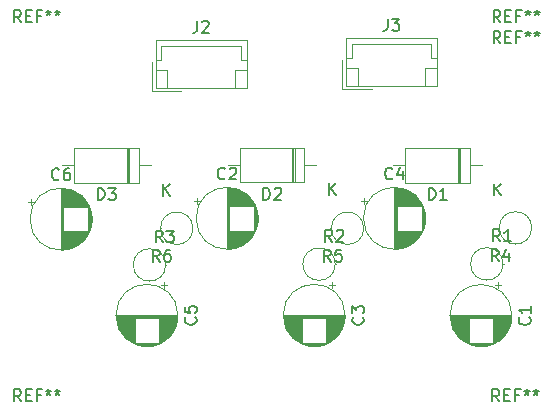
<source format=gbr>
%TF.GenerationSoftware,KiCad,Pcbnew,8.0.4*%
%TF.CreationDate,2024-09-04T12:44:35+09:00*%
%TF.ProjectId,servo_supply,73657276-6f5f-4737-9570-706c792e6b69,rev?*%
%TF.SameCoordinates,Original*%
%TF.FileFunction,Legend,Top*%
%TF.FilePolarity,Positive*%
%FSLAX46Y46*%
G04 Gerber Fmt 4.6, Leading zero omitted, Abs format (unit mm)*
G04 Created by KiCad (PCBNEW 8.0.4) date 2024-09-04 12:44:35*
%MOMM*%
%LPD*%
G01*
G04 APERTURE LIST*
%ADD10C,0.150000*%
%ADD11C,0.120000*%
G04 APERTURE END LIST*
D10*
X150728333Y-92232819D02*
X150395000Y-91756628D01*
X150156905Y-92232819D02*
X150156905Y-91232819D01*
X150156905Y-91232819D02*
X150537857Y-91232819D01*
X150537857Y-91232819D02*
X150633095Y-91280438D01*
X150633095Y-91280438D02*
X150680714Y-91328057D01*
X150680714Y-91328057D02*
X150728333Y-91423295D01*
X150728333Y-91423295D02*
X150728333Y-91566152D01*
X150728333Y-91566152D02*
X150680714Y-91661390D01*
X150680714Y-91661390D02*
X150633095Y-91709009D01*
X150633095Y-91709009D02*
X150537857Y-91756628D01*
X150537857Y-91756628D02*
X150156905Y-91756628D01*
X151585476Y-91232819D02*
X151395000Y-91232819D01*
X151395000Y-91232819D02*
X151299762Y-91280438D01*
X151299762Y-91280438D02*
X151252143Y-91328057D01*
X151252143Y-91328057D02*
X151156905Y-91470914D01*
X151156905Y-91470914D02*
X151109286Y-91661390D01*
X151109286Y-91661390D02*
X151109286Y-92042342D01*
X151109286Y-92042342D02*
X151156905Y-92137580D01*
X151156905Y-92137580D02*
X151204524Y-92185200D01*
X151204524Y-92185200D02*
X151299762Y-92232819D01*
X151299762Y-92232819D02*
X151490238Y-92232819D01*
X151490238Y-92232819D02*
X151585476Y-92185200D01*
X151585476Y-92185200D02*
X151633095Y-92137580D01*
X151633095Y-92137580D02*
X151680714Y-92042342D01*
X151680714Y-92042342D02*
X151680714Y-91804247D01*
X151680714Y-91804247D02*
X151633095Y-91709009D01*
X151633095Y-91709009D02*
X151585476Y-91661390D01*
X151585476Y-91661390D02*
X151490238Y-91613771D01*
X151490238Y-91613771D02*
X151299762Y-91613771D01*
X151299762Y-91613771D02*
X151204524Y-91661390D01*
X151204524Y-91661390D02*
X151156905Y-91709009D01*
X151156905Y-91709009D02*
X151109286Y-91804247D01*
X156258220Y-85169580D02*
X156210601Y-85217200D01*
X156210601Y-85217200D02*
X156067744Y-85264819D01*
X156067744Y-85264819D02*
X155972506Y-85264819D01*
X155972506Y-85264819D02*
X155829649Y-85217200D01*
X155829649Y-85217200D02*
X155734411Y-85121961D01*
X155734411Y-85121961D02*
X155686792Y-85026723D01*
X155686792Y-85026723D02*
X155639173Y-84836247D01*
X155639173Y-84836247D02*
X155639173Y-84693390D01*
X155639173Y-84693390D02*
X155686792Y-84502914D01*
X155686792Y-84502914D02*
X155734411Y-84407676D01*
X155734411Y-84407676D02*
X155829649Y-84312438D01*
X155829649Y-84312438D02*
X155972506Y-84264819D01*
X155972506Y-84264819D02*
X156067744Y-84264819D01*
X156067744Y-84264819D02*
X156210601Y-84312438D01*
X156210601Y-84312438D02*
X156258220Y-84360057D01*
X156639173Y-84360057D02*
X156686792Y-84312438D01*
X156686792Y-84312438D02*
X156782030Y-84264819D01*
X156782030Y-84264819D02*
X157020125Y-84264819D01*
X157020125Y-84264819D02*
X157115363Y-84312438D01*
X157115363Y-84312438D02*
X157162982Y-84360057D01*
X157162982Y-84360057D02*
X157210601Y-84455295D01*
X157210601Y-84455295D02*
X157210601Y-84550533D01*
X157210601Y-84550533D02*
X157162982Y-84693390D01*
X157162982Y-84693390D02*
X156591554Y-85264819D01*
X156591554Y-85264819D02*
X157210601Y-85264819D01*
X179566666Y-73740319D02*
X179233333Y-73264128D01*
X178995238Y-73740319D02*
X178995238Y-72740319D01*
X178995238Y-72740319D02*
X179376190Y-72740319D01*
X179376190Y-72740319D02*
X179471428Y-72787938D01*
X179471428Y-72787938D02*
X179519047Y-72835557D01*
X179519047Y-72835557D02*
X179566666Y-72930795D01*
X179566666Y-72930795D02*
X179566666Y-73073652D01*
X179566666Y-73073652D02*
X179519047Y-73168890D01*
X179519047Y-73168890D02*
X179471428Y-73216509D01*
X179471428Y-73216509D02*
X179376190Y-73264128D01*
X179376190Y-73264128D02*
X178995238Y-73264128D01*
X179995238Y-73216509D02*
X180328571Y-73216509D01*
X180471428Y-73740319D02*
X179995238Y-73740319D01*
X179995238Y-73740319D02*
X179995238Y-72740319D01*
X179995238Y-72740319D02*
X180471428Y-72740319D01*
X181233333Y-73216509D02*
X180900000Y-73216509D01*
X180900000Y-73740319D02*
X180900000Y-72740319D01*
X180900000Y-72740319D02*
X181376190Y-72740319D01*
X181900000Y-72740319D02*
X181900000Y-72978414D01*
X181661905Y-72883176D02*
X181900000Y-72978414D01*
X181900000Y-72978414D02*
X182138095Y-72883176D01*
X181757143Y-73168890D02*
X181900000Y-72978414D01*
X181900000Y-72978414D02*
X182042857Y-73168890D01*
X182661905Y-72740319D02*
X182661905Y-72978414D01*
X182423810Y-72883176D02*
X182661905Y-72978414D01*
X182661905Y-72978414D02*
X182900000Y-72883176D01*
X182519048Y-73168890D02*
X182661905Y-72978414D01*
X182661905Y-72978414D02*
X182804762Y-73168890D01*
X165187333Y-92232819D02*
X164854000Y-91756628D01*
X164615905Y-92232819D02*
X164615905Y-91232819D01*
X164615905Y-91232819D02*
X164996857Y-91232819D01*
X164996857Y-91232819D02*
X165092095Y-91280438D01*
X165092095Y-91280438D02*
X165139714Y-91328057D01*
X165139714Y-91328057D02*
X165187333Y-91423295D01*
X165187333Y-91423295D02*
X165187333Y-91566152D01*
X165187333Y-91566152D02*
X165139714Y-91661390D01*
X165139714Y-91661390D02*
X165092095Y-91709009D01*
X165092095Y-91709009D02*
X164996857Y-91756628D01*
X164996857Y-91756628D02*
X164615905Y-91756628D01*
X166092095Y-91232819D02*
X165615905Y-91232819D01*
X165615905Y-91232819D02*
X165568286Y-91709009D01*
X165568286Y-91709009D02*
X165615905Y-91661390D01*
X165615905Y-91661390D02*
X165711143Y-91613771D01*
X165711143Y-91613771D02*
X165949238Y-91613771D01*
X165949238Y-91613771D02*
X166044476Y-91661390D01*
X166044476Y-91661390D02*
X166092095Y-91709009D01*
X166092095Y-91709009D02*
X166139714Y-91804247D01*
X166139714Y-91804247D02*
X166139714Y-92042342D01*
X166139714Y-92042342D02*
X166092095Y-92137580D01*
X166092095Y-92137580D02*
X166044476Y-92185200D01*
X166044476Y-92185200D02*
X165949238Y-92232819D01*
X165949238Y-92232819D02*
X165711143Y-92232819D01*
X165711143Y-92232819D02*
X165615905Y-92185200D01*
X165615905Y-92185200D02*
X165568286Y-92137580D01*
X145481905Y-87004819D02*
X145481905Y-86004819D01*
X145481905Y-86004819D02*
X145720000Y-86004819D01*
X145720000Y-86004819D02*
X145862857Y-86052438D01*
X145862857Y-86052438D02*
X145958095Y-86147676D01*
X145958095Y-86147676D02*
X146005714Y-86242914D01*
X146005714Y-86242914D02*
X146053333Y-86433390D01*
X146053333Y-86433390D02*
X146053333Y-86576247D01*
X146053333Y-86576247D02*
X146005714Y-86766723D01*
X146005714Y-86766723D02*
X145958095Y-86861961D01*
X145958095Y-86861961D02*
X145862857Y-86957200D01*
X145862857Y-86957200D02*
X145720000Y-87004819D01*
X145720000Y-87004819D02*
X145481905Y-87004819D01*
X146386667Y-86004819D02*
X147005714Y-86004819D01*
X147005714Y-86004819D02*
X146672381Y-86385771D01*
X146672381Y-86385771D02*
X146815238Y-86385771D01*
X146815238Y-86385771D02*
X146910476Y-86433390D01*
X146910476Y-86433390D02*
X146958095Y-86481009D01*
X146958095Y-86481009D02*
X147005714Y-86576247D01*
X147005714Y-86576247D02*
X147005714Y-86814342D01*
X147005714Y-86814342D02*
X146958095Y-86909580D01*
X146958095Y-86909580D02*
X146910476Y-86957200D01*
X146910476Y-86957200D02*
X146815238Y-87004819D01*
X146815238Y-87004819D02*
X146529524Y-87004819D01*
X146529524Y-87004819D02*
X146434286Y-86957200D01*
X146434286Y-86957200D02*
X146386667Y-86909580D01*
X151038095Y-86634819D02*
X151038095Y-85634819D01*
X151609523Y-86634819D02*
X151180952Y-86063390D01*
X151609523Y-85634819D02*
X151038095Y-86206247D01*
X138966666Y-104054819D02*
X138633333Y-103578628D01*
X138395238Y-104054819D02*
X138395238Y-103054819D01*
X138395238Y-103054819D02*
X138776190Y-103054819D01*
X138776190Y-103054819D02*
X138871428Y-103102438D01*
X138871428Y-103102438D02*
X138919047Y-103150057D01*
X138919047Y-103150057D02*
X138966666Y-103245295D01*
X138966666Y-103245295D02*
X138966666Y-103388152D01*
X138966666Y-103388152D02*
X138919047Y-103483390D01*
X138919047Y-103483390D02*
X138871428Y-103531009D01*
X138871428Y-103531009D02*
X138776190Y-103578628D01*
X138776190Y-103578628D02*
X138395238Y-103578628D01*
X139395238Y-103531009D02*
X139728571Y-103531009D01*
X139871428Y-104054819D02*
X139395238Y-104054819D01*
X139395238Y-104054819D02*
X139395238Y-103054819D01*
X139395238Y-103054819D02*
X139871428Y-103054819D01*
X140633333Y-103531009D02*
X140300000Y-103531009D01*
X140300000Y-104054819D02*
X140300000Y-103054819D01*
X140300000Y-103054819D02*
X140776190Y-103054819D01*
X141300000Y-103054819D02*
X141300000Y-103292914D01*
X141061905Y-103197676D02*
X141300000Y-103292914D01*
X141300000Y-103292914D02*
X141538095Y-103197676D01*
X141157143Y-103483390D02*
X141300000Y-103292914D01*
X141300000Y-103292914D02*
X141442857Y-103483390D01*
X142061905Y-103054819D02*
X142061905Y-103292914D01*
X141823810Y-103197676D02*
X142061905Y-103292914D01*
X142061905Y-103292914D02*
X142300000Y-103197676D01*
X141919048Y-103483390D02*
X142061905Y-103292914D01*
X142061905Y-103292914D02*
X142204762Y-103483390D01*
X179566666Y-71954819D02*
X179233333Y-71478628D01*
X178995238Y-71954819D02*
X178995238Y-70954819D01*
X178995238Y-70954819D02*
X179376190Y-70954819D01*
X179376190Y-70954819D02*
X179471428Y-71002438D01*
X179471428Y-71002438D02*
X179519047Y-71050057D01*
X179519047Y-71050057D02*
X179566666Y-71145295D01*
X179566666Y-71145295D02*
X179566666Y-71288152D01*
X179566666Y-71288152D02*
X179519047Y-71383390D01*
X179519047Y-71383390D02*
X179471428Y-71431009D01*
X179471428Y-71431009D02*
X179376190Y-71478628D01*
X179376190Y-71478628D02*
X178995238Y-71478628D01*
X179995238Y-71431009D02*
X180328571Y-71431009D01*
X180471428Y-71954819D02*
X179995238Y-71954819D01*
X179995238Y-71954819D02*
X179995238Y-70954819D01*
X179995238Y-70954819D02*
X180471428Y-70954819D01*
X181233333Y-71431009D02*
X180900000Y-71431009D01*
X180900000Y-71954819D02*
X180900000Y-70954819D01*
X180900000Y-70954819D02*
X181376190Y-70954819D01*
X181900000Y-70954819D02*
X181900000Y-71192914D01*
X181661905Y-71097676D02*
X181900000Y-71192914D01*
X181900000Y-71192914D02*
X182138095Y-71097676D01*
X181757143Y-71383390D02*
X181900000Y-71192914D01*
X181900000Y-71192914D02*
X182042857Y-71383390D01*
X182661905Y-70954819D02*
X182661905Y-71192914D01*
X182423810Y-71097676D02*
X182661905Y-71192914D01*
X182661905Y-71192914D02*
X182900000Y-71097676D01*
X182519048Y-71383390D02*
X182661905Y-71192914D01*
X182661905Y-71192914D02*
X182804762Y-71383390D01*
X179411333Y-92194819D02*
X179078000Y-91718628D01*
X178839905Y-92194819D02*
X178839905Y-91194819D01*
X178839905Y-91194819D02*
X179220857Y-91194819D01*
X179220857Y-91194819D02*
X179316095Y-91242438D01*
X179316095Y-91242438D02*
X179363714Y-91290057D01*
X179363714Y-91290057D02*
X179411333Y-91385295D01*
X179411333Y-91385295D02*
X179411333Y-91528152D01*
X179411333Y-91528152D02*
X179363714Y-91623390D01*
X179363714Y-91623390D02*
X179316095Y-91671009D01*
X179316095Y-91671009D02*
X179220857Y-91718628D01*
X179220857Y-91718628D02*
X178839905Y-91718628D01*
X180268476Y-91528152D02*
X180268476Y-92194819D01*
X180030381Y-91147200D02*
X179792286Y-91861485D01*
X179792286Y-91861485D02*
X180411333Y-91861485D01*
X170428221Y-85169580D02*
X170380602Y-85217200D01*
X170380602Y-85217200D02*
X170237745Y-85264819D01*
X170237745Y-85264819D02*
X170142507Y-85264819D01*
X170142507Y-85264819D02*
X169999650Y-85217200D01*
X169999650Y-85217200D02*
X169904412Y-85121961D01*
X169904412Y-85121961D02*
X169856793Y-85026723D01*
X169856793Y-85026723D02*
X169809174Y-84836247D01*
X169809174Y-84836247D02*
X169809174Y-84693390D01*
X169809174Y-84693390D02*
X169856793Y-84502914D01*
X169856793Y-84502914D02*
X169904412Y-84407676D01*
X169904412Y-84407676D02*
X169999650Y-84312438D01*
X169999650Y-84312438D02*
X170142507Y-84264819D01*
X170142507Y-84264819D02*
X170237745Y-84264819D01*
X170237745Y-84264819D02*
X170380602Y-84312438D01*
X170380602Y-84312438D02*
X170428221Y-84360057D01*
X171285364Y-84598152D02*
X171285364Y-85264819D01*
X171047269Y-84217200D02*
X170809174Y-84931485D01*
X170809174Y-84931485D02*
X171428221Y-84931485D01*
X138966666Y-71954819D02*
X138633333Y-71478628D01*
X138395238Y-71954819D02*
X138395238Y-70954819D01*
X138395238Y-70954819D02*
X138776190Y-70954819D01*
X138776190Y-70954819D02*
X138871428Y-71002438D01*
X138871428Y-71002438D02*
X138919047Y-71050057D01*
X138919047Y-71050057D02*
X138966666Y-71145295D01*
X138966666Y-71145295D02*
X138966666Y-71288152D01*
X138966666Y-71288152D02*
X138919047Y-71383390D01*
X138919047Y-71383390D02*
X138871428Y-71431009D01*
X138871428Y-71431009D02*
X138776190Y-71478628D01*
X138776190Y-71478628D02*
X138395238Y-71478628D01*
X139395238Y-71431009D02*
X139728571Y-71431009D01*
X139871428Y-71954819D02*
X139395238Y-71954819D01*
X139395238Y-71954819D02*
X139395238Y-70954819D01*
X139395238Y-70954819D02*
X139871428Y-70954819D01*
X140633333Y-71431009D02*
X140300000Y-71431009D01*
X140300000Y-71954819D02*
X140300000Y-70954819D01*
X140300000Y-70954819D02*
X140776190Y-70954819D01*
X141300000Y-70954819D02*
X141300000Y-71192914D01*
X141061905Y-71097676D02*
X141300000Y-71192914D01*
X141300000Y-71192914D02*
X141538095Y-71097676D01*
X141157143Y-71383390D02*
X141300000Y-71192914D01*
X141300000Y-71192914D02*
X141442857Y-71383390D01*
X142061905Y-70954819D02*
X142061905Y-71192914D01*
X141823810Y-71097676D02*
X142061905Y-71192914D01*
X142061905Y-71192914D02*
X142300000Y-71097676D01*
X141919048Y-71383390D02*
X142061905Y-71192914D01*
X142061905Y-71192914D02*
X142204762Y-71383390D01*
X153896666Y-71834819D02*
X153896666Y-72549104D01*
X153896666Y-72549104D02*
X153849047Y-72691961D01*
X153849047Y-72691961D02*
X153753809Y-72787200D01*
X153753809Y-72787200D02*
X153610952Y-72834819D01*
X153610952Y-72834819D02*
X153515714Y-72834819D01*
X154325238Y-71930057D02*
X154372857Y-71882438D01*
X154372857Y-71882438D02*
X154468095Y-71834819D01*
X154468095Y-71834819D02*
X154706190Y-71834819D01*
X154706190Y-71834819D02*
X154801428Y-71882438D01*
X154801428Y-71882438D02*
X154849047Y-71930057D01*
X154849047Y-71930057D02*
X154896666Y-72025295D01*
X154896666Y-72025295D02*
X154896666Y-72120533D01*
X154896666Y-72120533D02*
X154849047Y-72263390D01*
X154849047Y-72263390D02*
X154277619Y-72834819D01*
X154277619Y-72834819D02*
X154896666Y-72834819D01*
X179466666Y-104054819D02*
X179133333Y-103578628D01*
X178895238Y-104054819D02*
X178895238Y-103054819D01*
X178895238Y-103054819D02*
X179276190Y-103054819D01*
X179276190Y-103054819D02*
X179371428Y-103102438D01*
X179371428Y-103102438D02*
X179419047Y-103150057D01*
X179419047Y-103150057D02*
X179466666Y-103245295D01*
X179466666Y-103245295D02*
X179466666Y-103388152D01*
X179466666Y-103388152D02*
X179419047Y-103483390D01*
X179419047Y-103483390D02*
X179371428Y-103531009D01*
X179371428Y-103531009D02*
X179276190Y-103578628D01*
X179276190Y-103578628D02*
X178895238Y-103578628D01*
X179895238Y-103531009D02*
X180228571Y-103531009D01*
X180371428Y-104054819D02*
X179895238Y-104054819D01*
X179895238Y-104054819D02*
X179895238Y-103054819D01*
X179895238Y-103054819D02*
X180371428Y-103054819D01*
X181133333Y-103531009D02*
X180800000Y-103531009D01*
X180800000Y-104054819D02*
X180800000Y-103054819D01*
X180800000Y-103054819D02*
X181276190Y-103054819D01*
X181800000Y-103054819D02*
X181800000Y-103292914D01*
X181561905Y-103197676D02*
X181800000Y-103292914D01*
X181800000Y-103292914D02*
X182038095Y-103197676D01*
X181657143Y-103483390D02*
X181800000Y-103292914D01*
X181800000Y-103292914D02*
X181942857Y-103483390D01*
X182561905Y-103054819D02*
X182561905Y-103292914D01*
X182323810Y-103197676D02*
X182561905Y-103292914D01*
X182561905Y-103292914D02*
X182800000Y-103197676D01*
X182419048Y-103483390D02*
X182561905Y-103292914D01*
X182561905Y-103292914D02*
X182704762Y-103483390D01*
X182029580Y-96956666D02*
X182077200Y-97004285D01*
X182077200Y-97004285D02*
X182124819Y-97147142D01*
X182124819Y-97147142D02*
X182124819Y-97242380D01*
X182124819Y-97242380D02*
X182077200Y-97385237D01*
X182077200Y-97385237D02*
X181981961Y-97480475D01*
X181981961Y-97480475D02*
X181886723Y-97528094D01*
X181886723Y-97528094D02*
X181696247Y-97575713D01*
X181696247Y-97575713D02*
X181553390Y-97575713D01*
X181553390Y-97575713D02*
X181362914Y-97528094D01*
X181362914Y-97528094D02*
X181267676Y-97480475D01*
X181267676Y-97480475D02*
X181172438Y-97385237D01*
X181172438Y-97385237D02*
X181124819Y-97242380D01*
X181124819Y-97242380D02*
X181124819Y-97147142D01*
X181124819Y-97147142D02*
X181172438Y-97004285D01*
X181172438Y-97004285D02*
X181220057Y-96956666D01*
X182124819Y-96004285D02*
X182124819Y-96575713D01*
X182124819Y-96289999D02*
X181124819Y-96289999D01*
X181124819Y-96289999D02*
X181267676Y-96385237D01*
X181267676Y-96385237D02*
X181362914Y-96480475D01*
X181362914Y-96480475D02*
X181410533Y-96575713D01*
X167909580Y-96941554D02*
X167957200Y-96989173D01*
X167957200Y-96989173D02*
X168004819Y-97132030D01*
X168004819Y-97132030D02*
X168004819Y-97227268D01*
X168004819Y-97227268D02*
X167957200Y-97370125D01*
X167957200Y-97370125D02*
X167861961Y-97465363D01*
X167861961Y-97465363D02*
X167766723Y-97512982D01*
X167766723Y-97512982D02*
X167576247Y-97560601D01*
X167576247Y-97560601D02*
X167433390Y-97560601D01*
X167433390Y-97560601D02*
X167242914Y-97512982D01*
X167242914Y-97512982D02*
X167147676Y-97465363D01*
X167147676Y-97465363D02*
X167052438Y-97370125D01*
X167052438Y-97370125D02*
X167004819Y-97227268D01*
X167004819Y-97227268D02*
X167004819Y-97132030D01*
X167004819Y-97132030D02*
X167052438Y-96989173D01*
X167052438Y-96989173D02*
X167100057Y-96941554D01*
X167004819Y-96608220D02*
X167004819Y-95989173D01*
X167004819Y-95989173D02*
X167385771Y-96322506D01*
X167385771Y-96322506D02*
X167385771Y-96179649D01*
X167385771Y-96179649D02*
X167433390Y-96084411D01*
X167433390Y-96084411D02*
X167481009Y-96036792D01*
X167481009Y-96036792D02*
X167576247Y-95989173D01*
X167576247Y-95989173D02*
X167814342Y-95989173D01*
X167814342Y-95989173D02*
X167909580Y-96036792D01*
X167909580Y-96036792D02*
X167957200Y-96084411D01*
X167957200Y-96084411D02*
X168004819Y-96179649D01*
X168004819Y-96179649D02*
X168004819Y-96465363D01*
X168004819Y-96465363D02*
X167957200Y-96560601D01*
X167957200Y-96560601D02*
X167909580Y-96608220D01*
X153749580Y-96941554D02*
X153797200Y-96989173D01*
X153797200Y-96989173D02*
X153844819Y-97132030D01*
X153844819Y-97132030D02*
X153844819Y-97227268D01*
X153844819Y-97227268D02*
X153797200Y-97370125D01*
X153797200Y-97370125D02*
X153701961Y-97465363D01*
X153701961Y-97465363D02*
X153606723Y-97512982D01*
X153606723Y-97512982D02*
X153416247Y-97560601D01*
X153416247Y-97560601D02*
X153273390Y-97560601D01*
X153273390Y-97560601D02*
X153082914Y-97512982D01*
X153082914Y-97512982D02*
X152987676Y-97465363D01*
X152987676Y-97465363D02*
X152892438Y-97370125D01*
X152892438Y-97370125D02*
X152844819Y-97227268D01*
X152844819Y-97227268D02*
X152844819Y-97132030D01*
X152844819Y-97132030D02*
X152892438Y-96989173D01*
X152892438Y-96989173D02*
X152940057Y-96941554D01*
X152844819Y-96036792D02*
X152844819Y-96512982D01*
X152844819Y-96512982D02*
X153321009Y-96560601D01*
X153321009Y-96560601D02*
X153273390Y-96512982D01*
X153273390Y-96512982D02*
X153225771Y-96417744D01*
X153225771Y-96417744D02*
X153225771Y-96179649D01*
X153225771Y-96179649D02*
X153273390Y-96084411D01*
X153273390Y-96084411D02*
X153321009Y-96036792D01*
X153321009Y-96036792D02*
X153416247Y-95989173D01*
X153416247Y-95989173D02*
X153654342Y-95989173D01*
X153654342Y-95989173D02*
X153749580Y-96036792D01*
X153749580Y-96036792D02*
X153797200Y-96084411D01*
X153797200Y-96084411D02*
X153844819Y-96179649D01*
X153844819Y-96179649D02*
X153844819Y-96417744D01*
X153844819Y-96417744D02*
X153797200Y-96512982D01*
X153797200Y-96512982D02*
X153749580Y-96560601D01*
X173505905Y-86998819D02*
X173505905Y-85998819D01*
X173505905Y-85998819D02*
X173744000Y-85998819D01*
X173744000Y-85998819D02*
X173886857Y-86046438D01*
X173886857Y-86046438D02*
X173982095Y-86141676D01*
X173982095Y-86141676D02*
X174029714Y-86236914D01*
X174029714Y-86236914D02*
X174077333Y-86427390D01*
X174077333Y-86427390D02*
X174077333Y-86570247D01*
X174077333Y-86570247D02*
X174029714Y-86760723D01*
X174029714Y-86760723D02*
X173982095Y-86855961D01*
X173982095Y-86855961D02*
X173886857Y-86951200D01*
X173886857Y-86951200D02*
X173744000Y-86998819D01*
X173744000Y-86998819D02*
X173505905Y-86998819D01*
X175029714Y-86998819D02*
X174458286Y-86998819D01*
X174744000Y-86998819D02*
X174744000Y-85998819D01*
X174744000Y-85998819D02*
X174648762Y-86141676D01*
X174648762Y-86141676D02*
X174553524Y-86236914D01*
X174553524Y-86236914D02*
X174458286Y-86284533D01*
X179062095Y-86628819D02*
X179062095Y-85628819D01*
X179633523Y-86628819D02*
X179204952Y-86057390D01*
X179633523Y-85628819D02*
X179062095Y-86200247D01*
X150963333Y-90594819D02*
X150630000Y-90118628D01*
X150391905Y-90594819D02*
X150391905Y-89594819D01*
X150391905Y-89594819D02*
X150772857Y-89594819D01*
X150772857Y-89594819D02*
X150868095Y-89642438D01*
X150868095Y-89642438D02*
X150915714Y-89690057D01*
X150915714Y-89690057D02*
X150963333Y-89785295D01*
X150963333Y-89785295D02*
X150963333Y-89928152D01*
X150963333Y-89928152D02*
X150915714Y-90023390D01*
X150915714Y-90023390D02*
X150868095Y-90071009D01*
X150868095Y-90071009D02*
X150772857Y-90118628D01*
X150772857Y-90118628D02*
X150391905Y-90118628D01*
X151296667Y-89594819D02*
X151915714Y-89594819D01*
X151915714Y-89594819D02*
X151582381Y-89975771D01*
X151582381Y-89975771D02*
X151725238Y-89975771D01*
X151725238Y-89975771D02*
X151820476Y-90023390D01*
X151820476Y-90023390D02*
X151868095Y-90071009D01*
X151868095Y-90071009D02*
X151915714Y-90166247D01*
X151915714Y-90166247D02*
X151915714Y-90404342D01*
X151915714Y-90404342D02*
X151868095Y-90499580D01*
X151868095Y-90499580D02*
X151820476Y-90547200D01*
X151820476Y-90547200D02*
X151725238Y-90594819D01*
X151725238Y-90594819D02*
X151439524Y-90594819D01*
X151439524Y-90594819D02*
X151344286Y-90547200D01*
X151344286Y-90547200D02*
X151296667Y-90499580D01*
X165318333Y-90534819D02*
X164985000Y-90058628D01*
X164746905Y-90534819D02*
X164746905Y-89534819D01*
X164746905Y-89534819D02*
X165127857Y-89534819D01*
X165127857Y-89534819D02*
X165223095Y-89582438D01*
X165223095Y-89582438D02*
X165270714Y-89630057D01*
X165270714Y-89630057D02*
X165318333Y-89725295D01*
X165318333Y-89725295D02*
X165318333Y-89868152D01*
X165318333Y-89868152D02*
X165270714Y-89963390D01*
X165270714Y-89963390D02*
X165223095Y-90011009D01*
X165223095Y-90011009D02*
X165127857Y-90058628D01*
X165127857Y-90058628D02*
X164746905Y-90058628D01*
X165699286Y-89630057D02*
X165746905Y-89582438D01*
X165746905Y-89582438D02*
X165842143Y-89534819D01*
X165842143Y-89534819D02*
X166080238Y-89534819D01*
X166080238Y-89534819D02*
X166175476Y-89582438D01*
X166175476Y-89582438D02*
X166223095Y-89630057D01*
X166223095Y-89630057D02*
X166270714Y-89725295D01*
X166270714Y-89725295D02*
X166270714Y-89820533D01*
X166270714Y-89820533D02*
X166223095Y-89963390D01*
X166223095Y-89963390D02*
X165651667Y-90534819D01*
X165651667Y-90534819D02*
X166270714Y-90534819D01*
X159491905Y-86984819D02*
X159491905Y-85984819D01*
X159491905Y-85984819D02*
X159730000Y-85984819D01*
X159730000Y-85984819D02*
X159872857Y-86032438D01*
X159872857Y-86032438D02*
X159968095Y-86127676D01*
X159968095Y-86127676D02*
X160015714Y-86222914D01*
X160015714Y-86222914D02*
X160063333Y-86413390D01*
X160063333Y-86413390D02*
X160063333Y-86556247D01*
X160063333Y-86556247D02*
X160015714Y-86746723D01*
X160015714Y-86746723D02*
X159968095Y-86841961D01*
X159968095Y-86841961D02*
X159872857Y-86937200D01*
X159872857Y-86937200D02*
X159730000Y-86984819D01*
X159730000Y-86984819D02*
X159491905Y-86984819D01*
X160444286Y-86080057D02*
X160491905Y-86032438D01*
X160491905Y-86032438D02*
X160587143Y-85984819D01*
X160587143Y-85984819D02*
X160825238Y-85984819D01*
X160825238Y-85984819D02*
X160920476Y-86032438D01*
X160920476Y-86032438D02*
X160968095Y-86080057D01*
X160968095Y-86080057D02*
X161015714Y-86175295D01*
X161015714Y-86175295D02*
X161015714Y-86270533D01*
X161015714Y-86270533D02*
X160968095Y-86413390D01*
X160968095Y-86413390D02*
X160396667Y-86984819D01*
X160396667Y-86984819D02*
X161015714Y-86984819D01*
X165048095Y-86614819D02*
X165048095Y-85614819D01*
X165619523Y-86614819D02*
X165190952Y-86043390D01*
X165619523Y-85614819D02*
X165048095Y-86186247D01*
X179518333Y-90504819D02*
X179185000Y-90028628D01*
X178946905Y-90504819D02*
X178946905Y-89504819D01*
X178946905Y-89504819D02*
X179327857Y-89504819D01*
X179327857Y-89504819D02*
X179423095Y-89552438D01*
X179423095Y-89552438D02*
X179470714Y-89600057D01*
X179470714Y-89600057D02*
X179518333Y-89695295D01*
X179518333Y-89695295D02*
X179518333Y-89838152D01*
X179518333Y-89838152D02*
X179470714Y-89933390D01*
X179470714Y-89933390D02*
X179423095Y-89981009D01*
X179423095Y-89981009D02*
X179327857Y-90028628D01*
X179327857Y-90028628D02*
X178946905Y-90028628D01*
X180470714Y-90504819D02*
X179899286Y-90504819D01*
X180185000Y-90504819D02*
X180185000Y-89504819D01*
X180185000Y-89504819D02*
X180089762Y-89647676D01*
X180089762Y-89647676D02*
X179994524Y-89742914D01*
X179994524Y-89742914D02*
X179899286Y-89790533D01*
X142203333Y-85239580D02*
X142155714Y-85287200D01*
X142155714Y-85287200D02*
X142012857Y-85334819D01*
X142012857Y-85334819D02*
X141917619Y-85334819D01*
X141917619Y-85334819D02*
X141774762Y-85287200D01*
X141774762Y-85287200D02*
X141679524Y-85191961D01*
X141679524Y-85191961D02*
X141631905Y-85096723D01*
X141631905Y-85096723D02*
X141584286Y-84906247D01*
X141584286Y-84906247D02*
X141584286Y-84763390D01*
X141584286Y-84763390D02*
X141631905Y-84572914D01*
X141631905Y-84572914D02*
X141679524Y-84477676D01*
X141679524Y-84477676D02*
X141774762Y-84382438D01*
X141774762Y-84382438D02*
X141917619Y-84334819D01*
X141917619Y-84334819D02*
X142012857Y-84334819D01*
X142012857Y-84334819D02*
X142155714Y-84382438D01*
X142155714Y-84382438D02*
X142203333Y-84430057D01*
X143060476Y-84334819D02*
X142870000Y-84334819D01*
X142870000Y-84334819D02*
X142774762Y-84382438D01*
X142774762Y-84382438D02*
X142727143Y-84430057D01*
X142727143Y-84430057D02*
X142631905Y-84572914D01*
X142631905Y-84572914D02*
X142584286Y-84763390D01*
X142584286Y-84763390D02*
X142584286Y-85144342D01*
X142584286Y-85144342D02*
X142631905Y-85239580D01*
X142631905Y-85239580D02*
X142679524Y-85287200D01*
X142679524Y-85287200D02*
X142774762Y-85334819D01*
X142774762Y-85334819D02*
X142965238Y-85334819D01*
X142965238Y-85334819D02*
X143060476Y-85287200D01*
X143060476Y-85287200D02*
X143108095Y-85239580D01*
X143108095Y-85239580D02*
X143155714Y-85144342D01*
X143155714Y-85144342D02*
X143155714Y-84906247D01*
X143155714Y-84906247D02*
X143108095Y-84811009D01*
X143108095Y-84811009D02*
X143060476Y-84763390D01*
X143060476Y-84763390D02*
X142965238Y-84715771D01*
X142965238Y-84715771D02*
X142774762Y-84715771D01*
X142774762Y-84715771D02*
X142679524Y-84763390D01*
X142679524Y-84763390D02*
X142631905Y-84811009D01*
X142631905Y-84811009D02*
X142584286Y-84906247D01*
X170016666Y-71684819D02*
X170016666Y-72399104D01*
X170016666Y-72399104D02*
X169969047Y-72541961D01*
X169969047Y-72541961D02*
X169873809Y-72637200D01*
X169873809Y-72637200D02*
X169730952Y-72684819D01*
X169730952Y-72684819D02*
X169635714Y-72684819D01*
X170397619Y-71684819D02*
X171016666Y-71684819D01*
X171016666Y-71684819D02*
X170683333Y-72065771D01*
X170683333Y-72065771D02*
X170826190Y-72065771D01*
X170826190Y-72065771D02*
X170921428Y-72113390D01*
X170921428Y-72113390D02*
X170969047Y-72161009D01*
X170969047Y-72161009D02*
X171016666Y-72256247D01*
X171016666Y-72256247D02*
X171016666Y-72494342D01*
X171016666Y-72494342D02*
X170969047Y-72589580D01*
X170969047Y-72589580D02*
X170921428Y-72637200D01*
X170921428Y-72637200D02*
X170826190Y-72684819D01*
X170826190Y-72684819D02*
X170540476Y-72684819D01*
X170540476Y-72684819D02*
X170445238Y-72637200D01*
X170445238Y-72637200D02*
X170397619Y-72589580D01*
D11*
%TO.C,R6*%
X150795000Y-89408000D02*
X150725000Y-89408000D01*
X153535000Y-89408000D02*
G75*
G02*
X150795000Y-89408000I-1370000J0D01*
G01*
X150795000Y-89408000D02*
G75*
G02*
X153535000Y-89408000I1370000J0D01*
G01*
%TO.C,C2*%
X153620112Y-87085000D02*
X154120112Y-87085000D01*
X153870112Y-86835000D02*
X153870112Y-87335000D01*
X156424887Y-85980000D02*
X156424887Y-91140000D01*
X156464887Y-85980000D02*
X156464887Y-91140000D01*
X156504887Y-85981000D02*
X156504887Y-91139000D01*
X156544887Y-85982000D02*
X156544887Y-91138000D01*
X156584887Y-85984000D02*
X156584887Y-91136000D01*
X156624887Y-85987000D02*
X156624887Y-91133000D01*
X156664887Y-85991000D02*
X156664887Y-87520000D01*
X156664887Y-89600000D02*
X156664887Y-91129000D01*
X156704887Y-85995000D02*
X156704887Y-87520000D01*
X156704887Y-89600000D02*
X156704887Y-91125000D01*
X156744887Y-85999000D02*
X156744887Y-87520000D01*
X156744887Y-89600000D02*
X156744887Y-91121000D01*
X156784887Y-86004000D02*
X156784887Y-87520000D01*
X156784887Y-89600000D02*
X156784887Y-91116000D01*
X156824887Y-86010000D02*
X156824887Y-87520000D01*
X156824887Y-89600000D02*
X156824887Y-91110000D01*
X156864887Y-86017000D02*
X156864887Y-87520000D01*
X156864887Y-89600000D02*
X156864887Y-91103000D01*
X156904887Y-86024000D02*
X156904887Y-87520000D01*
X156904887Y-89600000D02*
X156904887Y-91096000D01*
X156944887Y-86032000D02*
X156944887Y-87520000D01*
X156944887Y-89600000D02*
X156944887Y-91088000D01*
X156984887Y-86040000D02*
X156984887Y-87520000D01*
X156984887Y-89600000D02*
X156984887Y-91080000D01*
X157024887Y-86049000D02*
X157024887Y-87520000D01*
X157024887Y-89600000D02*
X157024887Y-91071000D01*
X157064887Y-86059000D02*
X157064887Y-87520000D01*
X157064887Y-89600000D02*
X157064887Y-91061000D01*
X157104887Y-86069000D02*
X157104887Y-87520000D01*
X157104887Y-89600000D02*
X157104887Y-91051000D01*
X157145887Y-86080000D02*
X157145887Y-87520000D01*
X157145887Y-89600000D02*
X157145887Y-91040000D01*
X157185887Y-86092000D02*
X157185887Y-87520000D01*
X157185887Y-89600000D02*
X157185887Y-91028000D01*
X157225887Y-86105000D02*
X157225887Y-87520000D01*
X157225887Y-89600000D02*
X157225887Y-91015000D01*
X157265887Y-86118000D02*
X157265887Y-87520000D01*
X157265887Y-89600000D02*
X157265887Y-91002000D01*
X157305887Y-86132000D02*
X157305887Y-87520000D01*
X157305887Y-89600000D02*
X157305887Y-90988000D01*
X157345887Y-86146000D02*
X157345887Y-87520000D01*
X157345887Y-89600000D02*
X157345887Y-90974000D01*
X157385887Y-86162000D02*
X157385887Y-87520000D01*
X157385887Y-89600000D02*
X157385887Y-90958000D01*
X157425887Y-86178000D02*
X157425887Y-87520000D01*
X157425887Y-89600000D02*
X157425887Y-90942000D01*
X157465887Y-86195000D02*
X157465887Y-87520000D01*
X157465887Y-89600000D02*
X157465887Y-90925000D01*
X157505887Y-86212000D02*
X157505887Y-87520000D01*
X157505887Y-89600000D02*
X157505887Y-90908000D01*
X157545887Y-86231000D02*
X157545887Y-87520000D01*
X157545887Y-89600000D02*
X157545887Y-90889000D01*
X157585887Y-86250000D02*
X157585887Y-87520000D01*
X157585887Y-89600000D02*
X157585887Y-90870000D01*
X157625887Y-86270000D02*
X157625887Y-87520000D01*
X157625887Y-89600000D02*
X157625887Y-90850000D01*
X157665887Y-86292000D02*
X157665887Y-87520000D01*
X157665887Y-89600000D02*
X157665887Y-90828000D01*
X157705887Y-86313000D02*
X157705887Y-87520000D01*
X157705887Y-89600000D02*
X157705887Y-90807000D01*
X157745887Y-86336000D02*
X157745887Y-87520000D01*
X157745887Y-89600000D02*
X157745887Y-90784000D01*
X157785887Y-86360000D02*
X157785887Y-87520000D01*
X157785887Y-89600000D02*
X157785887Y-90760000D01*
X157825887Y-86385000D02*
X157825887Y-87520000D01*
X157825887Y-89600000D02*
X157825887Y-90735000D01*
X157865887Y-86411000D02*
X157865887Y-87520000D01*
X157865887Y-89600000D02*
X157865887Y-90709000D01*
X157905887Y-86438000D02*
X157905887Y-87520000D01*
X157905887Y-89600000D02*
X157905887Y-90682000D01*
X157945887Y-86465000D02*
X157945887Y-87520000D01*
X157945887Y-89600000D02*
X157945887Y-90655000D01*
X157985887Y-86495000D02*
X157985887Y-87520000D01*
X157985887Y-89600000D02*
X157985887Y-90625000D01*
X158025887Y-86525000D02*
X158025887Y-87520000D01*
X158025887Y-89600000D02*
X158025887Y-90595000D01*
X158065887Y-86556000D02*
X158065887Y-87520000D01*
X158065887Y-89600000D02*
X158065887Y-90564000D01*
X158105887Y-86589000D02*
X158105887Y-87520000D01*
X158105887Y-89600000D02*
X158105887Y-90531000D01*
X158145887Y-86623000D02*
X158145887Y-87520000D01*
X158145887Y-89600000D02*
X158145887Y-90497000D01*
X158185887Y-86659000D02*
X158185887Y-87520000D01*
X158185887Y-89600000D02*
X158185887Y-90461000D01*
X158225887Y-86696000D02*
X158225887Y-87520000D01*
X158225887Y-89600000D02*
X158225887Y-90424000D01*
X158265887Y-86734000D02*
X158265887Y-87520000D01*
X158265887Y-89600000D02*
X158265887Y-90386000D01*
X158305887Y-86775000D02*
X158305887Y-87520000D01*
X158305887Y-89600000D02*
X158305887Y-90345000D01*
X158345887Y-86817000D02*
X158345887Y-87520000D01*
X158345887Y-89600000D02*
X158345887Y-90303000D01*
X158385887Y-86861000D02*
X158385887Y-87520000D01*
X158385887Y-89600000D02*
X158385887Y-90259000D01*
X158425887Y-86907000D02*
X158425887Y-87520000D01*
X158425887Y-89600000D02*
X158425887Y-90213000D01*
X158465887Y-86955000D02*
X158465887Y-87520000D01*
X158465887Y-89600000D02*
X158465887Y-90165000D01*
X158505887Y-87006000D02*
X158505887Y-87520000D01*
X158505887Y-89600000D02*
X158505887Y-90114000D01*
X158545887Y-87060000D02*
X158545887Y-87520000D01*
X158545887Y-89600000D02*
X158545887Y-90060000D01*
X158585887Y-87117000D02*
X158585887Y-87520000D01*
X158585887Y-89600000D02*
X158585887Y-90003000D01*
X158625887Y-87177000D02*
X158625887Y-87520000D01*
X158625887Y-89600000D02*
X158625887Y-89943000D01*
X158665887Y-87241000D02*
X158665887Y-87520000D01*
X158665887Y-89600000D02*
X158665887Y-89879000D01*
X158705887Y-87309000D02*
X158705887Y-87520000D01*
X158705887Y-89600000D02*
X158705887Y-89811000D01*
X158745887Y-87382000D02*
X158745887Y-89738000D01*
X158785887Y-87462000D02*
X158785887Y-89658000D01*
X158825887Y-87549000D02*
X158825887Y-89571000D01*
X158865887Y-87645000D02*
X158865887Y-89475000D01*
X158905887Y-87755000D02*
X158905887Y-89365000D01*
X158945887Y-87883000D02*
X158945887Y-89237000D01*
X158985887Y-88042000D02*
X158985887Y-89078000D01*
X159025887Y-88276000D02*
X159025887Y-88844000D01*
X159044887Y-88560000D02*
G75*
G02*
X153804887Y-88560000I-2620000J0D01*
G01*
X153804887Y-88560000D02*
G75*
G02*
X159044887Y-88560000I2620000J0D01*
G01*
%TO.C,R5*%
X165254000Y-89408000D02*
X165184000Y-89408000D01*
X167994000Y-89408000D02*
G75*
G02*
X165254000Y-89408000I-1370000J0D01*
G01*
X165254000Y-89408000D02*
G75*
G02*
X167994000Y-89408000I1370000J0D01*
G01*
%TO.C,D3*%
X142480000Y-84080000D02*
X143500000Y-84080000D01*
X143500000Y-82610000D02*
X143500000Y-85550000D01*
X143500000Y-85550000D02*
X148940000Y-85550000D01*
X147920000Y-85550000D02*
X147920000Y-82610000D01*
X148040000Y-85550000D02*
X148040000Y-82610000D01*
X148160000Y-85550000D02*
X148160000Y-82610000D01*
X148940000Y-82610000D02*
X143500000Y-82610000D01*
X148940000Y-85550000D02*
X148940000Y-82610000D01*
X149960000Y-84080000D02*
X148940000Y-84080000D01*
%TO.C,R4*%
X179478000Y-89370000D02*
X179408000Y-89370000D01*
X182218000Y-89370000D02*
G75*
G02*
X179478000Y-89370000I-1370000J0D01*
G01*
X179478000Y-89370000D02*
G75*
G02*
X182218000Y-89370000I1370000J0D01*
G01*
%TO.C,C4*%
X167790113Y-87085000D02*
X168290113Y-87085000D01*
X168040113Y-86835000D02*
X168040113Y-87335000D01*
X170594888Y-85980000D02*
X170594888Y-91140000D01*
X170634888Y-85980000D02*
X170634888Y-91140000D01*
X170674888Y-85981000D02*
X170674888Y-91139000D01*
X170714888Y-85982000D02*
X170714888Y-91138000D01*
X170754888Y-85984000D02*
X170754888Y-91136000D01*
X170794888Y-85987000D02*
X170794888Y-91133000D01*
X170834888Y-85991000D02*
X170834888Y-87520000D01*
X170834888Y-89600000D02*
X170834888Y-91129000D01*
X170874888Y-85995000D02*
X170874888Y-87520000D01*
X170874888Y-89600000D02*
X170874888Y-91125000D01*
X170914888Y-85999000D02*
X170914888Y-87520000D01*
X170914888Y-89600000D02*
X170914888Y-91121000D01*
X170954888Y-86004000D02*
X170954888Y-87520000D01*
X170954888Y-89600000D02*
X170954888Y-91116000D01*
X170994888Y-86010000D02*
X170994888Y-87520000D01*
X170994888Y-89600000D02*
X170994888Y-91110000D01*
X171034888Y-86017000D02*
X171034888Y-87520000D01*
X171034888Y-89600000D02*
X171034888Y-91103000D01*
X171074888Y-86024000D02*
X171074888Y-87520000D01*
X171074888Y-89600000D02*
X171074888Y-91096000D01*
X171114888Y-86032000D02*
X171114888Y-87520000D01*
X171114888Y-89600000D02*
X171114888Y-91088000D01*
X171154888Y-86040000D02*
X171154888Y-87520000D01*
X171154888Y-89600000D02*
X171154888Y-91080000D01*
X171194888Y-86049000D02*
X171194888Y-87520000D01*
X171194888Y-89600000D02*
X171194888Y-91071000D01*
X171234888Y-86059000D02*
X171234888Y-87520000D01*
X171234888Y-89600000D02*
X171234888Y-91061000D01*
X171274888Y-86069000D02*
X171274888Y-87520000D01*
X171274888Y-89600000D02*
X171274888Y-91051000D01*
X171315888Y-86080000D02*
X171315888Y-87520000D01*
X171315888Y-89600000D02*
X171315888Y-91040000D01*
X171355888Y-86092000D02*
X171355888Y-87520000D01*
X171355888Y-89600000D02*
X171355888Y-91028000D01*
X171395888Y-86105000D02*
X171395888Y-87520000D01*
X171395888Y-89600000D02*
X171395888Y-91015000D01*
X171435888Y-86118000D02*
X171435888Y-87520000D01*
X171435888Y-89600000D02*
X171435888Y-91002000D01*
X171475888Y-86132000D02*
X171475888Y-87520000D01*
X171475888Y-89600000D02*
X171475888Y-90988000D01*
X171515888Y-86146000D02*
X171515888Y-87520000D01*
X171515888Y-89600000D02*
X171515888Y-90974000D01*
X171555888Y-86162000D02*
X171555888Y-87520000D01*
X171555888Y-89600000D02*
X171555888Y-90958000D01*
X171595888Y-86178000D02*
X171595888Y-87520000D01*
X171595888Y-89600000D02*
X171595888Y-90942000D01*
X171635888Y-86195000D02*
X171635888Y-87520000D01*
X171635888Y-89600000D02*
X171635888Y-90925000D01*
X171675888Y-86212000D02*
X171675888Y-87520000D01*
X171675888Y-89600000D02*
X171675888Y-90908000D01*
X171715888Y-86231000D02*
X171715888Y-87520000D01*
X171715888Y-89600000D02*
X171715888Y-90889000D01*
X171755888Y-86250000D02*
X171755888Y-87520000D01*
X171755888Y-89600000D02*
X171755888Y-90870000D01*
X171795888Y-86270000D02*
X171795888Y-87520000D01*
X171795888Y-89600000D02*
X171795888Y-90850000D01*
X171835888Y-86292000D02*
X171835888Y-87520000D01*
X171835888Y-89600000D02*
X171835888Y-90828000D01*
X171875888Y-86313000D02*
X171875888Y-87520000D01*
X171875888Y-89600000D02*
X171875888Y-90807000D01*
X171915888Y-86336000D02*
X171915888Y-87520000D01*
X171915888Y-89600000D02*
X171915888Y-90784000D01*
X171955888Y-86360000D02*
X171955888Y-87520000D01*
X171955888Y-89600000D02*
X171955888Y-90760000D01*
X171995888Y-86385000D02*
X171995888Y-87520000D01*
X171995888Y-89600000D02*
X171995888Y-90735000D01*
X172035888Y-86411000D02*
X172035888Y-87520000D01*
X172035888Y-89600000D02*
X172035888Y-90709000D01*
X172075888Y-86438000D02*
X172075888Y-87520000D01*
X172075888Y-89600000D02*
X172075888Y-90682000D01*
X172115888Y-86465000D02*
X172115888Y-87520000D01*
X172115888Y-89600000D02*
X172115888Y-90655000D01*
X172155888Y-86495000D02*
X172155888Y-87520000D01*
X172155888Y-89600000D02*
X172155888Y-90625000D01*
X172195888Y-86525000D02*
X172195888Y-87520000D01*
X172195888Y-89600000D02*
X172195888Y-90595000D01*
X172235888Y-86556000D02*
X172235888Y-87520000D01*
X172235888Y-89600000D02*
X172235888Y-90564000D01*
X172275888Y-86589000D02*
X172275888Y-87520000D01*
X172275888Y-89600000D02*
X172275888Y-90531000D01*
X172315888Y-86623000D02*
X172315888Y-87520000D01*
X172315888Y-89600000D02*
X172315888Y-90497000D01*
X172355888Y-86659000D02*
X172355888Y-87520000D01*
X172355888Y-89600000D02*
X172355888Y-90461000D01*
X172395888Y-86696000D02*
X172395888Y-87520000D01*
X172395888Y-89600000D02*
X172395888Y-90424000D01*
X172435888Y-86734000D02*
X172435888Y-87520000D01*
X172435888Y-89600000D02*
X172435888Y-90386000D01*
X172475888Y-86775000D02*
X172475888Y-87520000D01*
X172475888Y-89600000D02*
X172475888Y-90345000D01*
X172515888Y-86817000D02*
X172515888Y-87520000D01*
X172515888Y-89600000D02*
X172515888Y-90303000D01*
X172555888Y-86861000D02*
X172555888Y-87520000D01*
X172555888Y-89600000D02*
X172555888Y-90259000D01*
X172595888Y-86907000D02*
X172595888Y-87520000D01*
X172595888Y-89600000D02*
X172595888Y-90213000D01*
X172635888Y-86955000D02*
X172635888Y-87520000D01*
X172635888Y-89600000D02*
X172635888Y-90165000D01*
X172675888Y-87006000D02*
X172675888Y-87520000D01*
X172675888Y-89600000D02*
X172675888Y-90114000D01*
X172715888Y-87060000D02*
X172715888Y-87520000D01*
X172715888Y-89600000D02*
X172715888Y-90060000D01*
X172755888Y-87117000D02*
X172755888Y-87520000D01*
X172755888Y-89600000D02*
X172755888Y-90003000D01*
X172795888Y-87177000D02*
X172795888Y-87520000D01*
X172795888Y-89600000D02*
X172795888Y-89943000D01*
X172835888Y-87241000D02*
X172835888Y-87520000D01*
X172835888Y-89600000D02*
X172835888Y-89879000D01*
X172875888Y-87309000D02*
X172875888Y-87520000D01*
X172875888Y-89600000D02*
X172875888Y-89811000D01*
X172915888Y-87382000D02*
X172915888Y-89738000D01*
X172955888Y-87462000D02*
X172955888Y-89658000D01*
X172995888Y-87549000D02*
X172995888Y-89571000D01*
X173035888Y-87645000D02*
X173035888Y-89475000D01*
X173075888Y-87755000D02*
X173075888Y-89365000D01*
X173115888Y-87883000D02*
X173115888Y-89237000D01*
X173155888Y-88042000D02*
X173155888Y-89078000D01*
X173195888Y-88276000D02*
X173195888Y-88844000D01*
X173214888Y-88560000D02*
G75*
G02*
X167974888Y-88560000I-2620000J0D01*
G01*
X167974888Y-88560000D02*
G75*
G02*
X173214888Y-88560000I2620000J0D01*
G01*
%TO.C,J2*%
X150070000Y-75290000D02*
X150070000Y-77790000D01*
X150070000Y-77790000D02*
X152570000Y-77790000D01*
X150370000Y-73470000D02*
X150370000Y-77490000D01*
X150370000Y-75180000D02*
X150870000Y-75180000D01*
X150370000Y-75990000D02*
X151370000Y-75990000D01*
X150370000Y-77490000D02*
X158090000Y-77490000D01*
X150870000Y-73970000D02*
X157590000Y-73970000D01*
X150870000Y-75180000D02*
X150870000Y-73970000D01*
X151370000Y-75990000D02*
X151370000Y-77490000D01*
X157090000Y-75990000D02*
X157090000Y-77490000D01*
X157590000Y-73970000D02*
X157590000Y-75180000D01*
X157590000Y-75180000D02*
X158090000Y-75180000D01*
X158090000Y-73470000D02*
X150370000Y-73470000D01*
X158090000Y-75990000D02*
X157090000Y-75990000D01*
X158090000Y-77490000D02*
X158090000Y-73470000D01*
%TO.C,C1*%
X176880000Y-97030000D02*
X175351000Y-97030000D01*
X176880000Y-97070000D02*
X175355000Y-97070000D01*
X176880000Y-97110000D02*
X175359000Y-97110000D01*
X176880000Y-97150000D02*
X175364000Y-97150000D01*
X176880000Y-97190000D02*
X175370000Y-97190000D01*
X176880000Y-97230000D02*
X175377000Y-97230000D01*
X176880000Y-97270000D02*
X175384000Y-97270000D01*
X176880000Y-97310000D02*
X175392000Y-97310000D01*
X176880000Y-97350000D02*
X175400000Y-97350000D01*
X176880000Y-97390000D02*
X175409000Y-97390000D01*
X176880000Y-97430000D02*
X175419000Y-97430000D01*
X176880000Y-97470000D02*
X175429000Y-97470000D01*
X176880000Y-97511000D02*
X175440000Y-97511000D01*
X176880000Y-97551000D02*
X175452000Y-97551000D01*
X176880000Y-97591000D02*
X175465000Y-97591000D01*
X176880000Y-97631000D02*
X175478000Y-97631000D01*
X176880000Y-97671000D02*
X175492000Y-97671000D01*
X176880000Y-97711000D02*
X175506000Y-97711000D01*
X176880000Y-97751000D02*
X175522000Y-97751000D01*
X176880000Y-97791000D02*
X175538000Y-97791000D01*
X176880000Y-97831000D02*
X175555000Y-97831000D01*
X176880000Y-97871000D02*
X175572000Y-97871000D01*
X176880000Y-97911000D02*
X175591000Y-97911000D01*
X176880000Y-97951000D02*
X175610000Y-97951000D01*
X176880000Y-97991000D02*
X175630000Y-97991000D01*
X176880000Y-98031000D02*
X175652000Y-98031000D01*
X176880000Y-98071000D02*
X175673000Y-98071000D01*
X176880000Y-98111000D02*
X175696000Y-98111000D01*
X176880000Y-98151000D02*
X175720000Y-98151000D01*
X176880000Y-98191000D02*
X175745000Y-98191000D01*
X176880000Y-98231000D02*
X175771000Y-98231000D01*
X176880000Y-98271000D02*
X175798000Y-98271000D01*
X176880000Y-98311000D02*
X175825000Y-98311000D01*
X176880000Y-98351000D02*
X175855000Y-98351000D01*
X176880000Y-98391000D02*
X175885000Y-98391000D01*
X176880000Y-98431000D02*
X175916000Y-98431000D01*
X176880000Y-98471000D02*
X175949000Y-98471000D01*
X176880000Y-98511000D02*
X175983000Y-98511000D01*
X176880000Y-98551000D02*
X176019000Y-98551000D01*
X176880000Y-98591000D02*
X176056000Y-98591000D01*
X176880000Y-98631000D02*
X176094000Y-98631000D01*
X176880000Y-98671000D02*
X176135000Y-98671000D01*
X176880000Y-98711000D02*
X176177000Y-98711000D01*
X176880000Y-98751000D02*
X176221000Y-98751000D01*
X176880000Y-98791000D02*
X176267000Y-98791000D01*
X176880000Y-98831000D02*
X176315000Y-98831000D01*
X176880000Y-98871000D02*
X176366000Y-98871000D01*
X176880000Y-98911000D02*
X176420000Y-98911000D01*
X176880000Y-98951000D02*
X176477000Y-98951000D01*
X176880000Y-98991000D02*
X176537000Y-98991000D01*
X176880000Y-99031000D02*
X176601000Y-99031000D01*
X176880000Y-99071000D02*
X176669000Y-99071000D01*
X178204000Y-99391000D02*
X177636000Y-99391000D01*
X178438000Y-99351000D02*
X177402000Y-99351000D01*
X178597000Y-99311000D02*
X177243000Y-99311000D01*
X178725000Y-99271000D02*
X177115000Y-99271000D01*
X178835000Y-99231000D02*
X177005000Y-99231000D01*
X178931000Y-99191000D02*
X176909000Y-99191000D01*
X179018000Y-99151000D02*
X176822000Y-99151000D01*
X179098000Y-99111000D02*
X176742000Y-99111000D01*
X179171000Y-99071000D02*
X178960000Y-99071000D01*
X179239000Y-99031000D02*
X178960000Y-99031000D01*
X179303000Y-98991000D02*
X178960000Y-98991000D01*
X179363000Y-98951000D02*
X178960000Y-98951000D01*
X179395000Y-93985225D02*
X179395000Y-94485225D01*
X179420000Y-98911000D02*
X178960000Y-98911000D01*
X179474000Y-98871000D02*
X178960000Y-98871000D01*
X179525000Y-98831000D02*
X178960000Y-98831000D01*
X179573000Y-98791000D02*
X178960000Y-98791000D01*
X179619000Y-98751000D02*
X178960000Y-98751000D01*
X179645000Y-94235225D02*
X179145000Y-94235225D01*
X179663000Y-98711000D02*
X178960000Y-98711000D01*
X179705000Y-98671000D02*
X178960000Y-98671000D01*
X179746000Y-98631000D02*
X178960000Y-98631000D01*
X179784000Y-98591000D02*
X178960000Y-98591000D01*
X179821000Y-98551000D02*
X178960000Y-98551000D01*
X179857000Y-98511000D02*
X178960000Y-98511000D01*
X179891000Y-98471000D02*
X178960000Y-98471000D01*
X179924000Y-98431000D02*
X178960000Y-98431000D01*
X179955000Y-98391000D02*
X178960000Y-98391000D01*
X179985000Y-98351000D02*
X178960000Y-98351000D01*
X180015000Y-98311000D02*
X178960000Y-98311000D01*
X180042000Y-98271000D02*
X178960000Y-98271000D01*
X180069000Y-98231000D02*
X178960000Y-98231000D01*
X180095000Y-98191000D02*
X178960000Y-98191000D01*
X180120000Y-98151000D02*
X178960000Y-98151000D01*
X180144000Y-98111000D02*
X178960000Y-98111000D01*
X180167000Y-98071000D02*
X178960000Y-98071000D01*
X180188000Y-98031000D02*
X178960000Y-98031000D01*
X180210000Y-97991000D02*
X178960000Y-97991000D01*
X180230000Y-97951000D02*
X178960000Y-97951000D01*
X180249000Y-97911000D02*
X178960000Y-97911000D01*
X180268000Y-97871000D02*
X178960000Y-97871000D01*
X180285000Y-97831000D02*
X178960000Y-97831000D01*
X180302000Y-97791000D02*
X178960000Y-97791000D01*
X180318000Y-97751000D02*
X178960000Y-97751000D01*
X180334000Y-97711000D02*
X178960000Y-97711000D01*
X180348000Y-97671000D02*
X178960000Y-97671000D01*
X180362000Y-97631000D02*
X178960000Y-97631000D01*
X180375000Y-97591000D02*
X178960000Y-97591000D01*
X180388000Y-97551000D02*
X178960000Y-97551000D01*
X180400000Y-97511000D02*
X178960000Y-97511000D01*
X180411000Y-97470000D02*
X178960000Y-97470000D01*
X180421000Y-97430000D02*
X178960000Y-97430000D01*
X180431000Y-97390000D02*
X178960000Y-97390000D01*
X180440000Y-97350000D02*
X178960000Y-97350000D01*
X180448000Y-97310000D02*
X178960000Y-97310000D01*
X180456000Y-97270000D02*
X178960000Y-97270000D01*
X180463000Y-97230000D02*
X178960000Y-97230000D01*
X180470000Y-97190000D02*
X178960000Y-97190000D01*
X180476000Y-97150000D02*
X178960000Y-97150000D01*
X180481000Y-97110000D02*
X178960000Y-97110000D01*
X180485000Y-97070000D02*
X178960000Y-97070000D01*
X180489000Y-97030000D02*
X178960000Y-97030000D01*
X180493000Y-96990000D02*
X175347000Y-96990000D01*
X180496000Y-96950000D02*
X175344000Y-96950000D01*
X180498000Y-96910000D02*
X175342000Y-96910000D01*
X180499000Y-96870000D02*
X175341000Y-96870000D01*
X180500000Y-96790000D02*
X175340000Y-96790000D01*
X180500000Y-96830000D02*
X175340000Y-96830000D01*
X180540000Y-96790000D02*
G75*
G02*
X175300000Y-96790000I-2620000J0D01*
G01*
X175300000Y-96790000D02*
G75*
G02*
X180540000Y-96790000I2620000J0D01*
G01*
%TO.C,C3*%
X162760000Y-97014888D02*
X161231000Y-97014888D01*
X162760000Y-97054888D02*
X161235000Y-97054888D01*
X162760000Y-97094888D02*
X161239000Y-97094888D01*
X162760000Y-97134888D02*
X161244000Y-97134888D01*
X162760000Y-97174888D02*
X161250000Y-97174888D01*
X162760000Y-97214888D02*
X161257000Y-97214888D01*
X162760000Y-97254888D02*
X161264000Y-97254888D01*
X162760000Y-97294888D02*
X161272000Y-97294888D01*
X162760000Y-97334888D02*
X161280000Y-97334888D01*
X162760000Y-97374888D02*
X161289000Y-97374888D01*
X162760000Y-97414888D02*
X161299000Y-97414888D01*
X162760000Y-97454888D02*
X161309000Y-97454888D01*
X162760000Y-97495888D02*
X161320000Y-97495888D01*
X162760000Y-97535888D02*
X161332000Y-97535888D01*
X162760000Y-97575888D02*
X161345000Y-97575888D01*
X162760000Y-97615888D02*
X161358000Y-97615888D01*
X162760000Y-97655888D02*
X161372000Y-97655888D01*
X162760000Y-97695888D02*
X161386000Y-97695888D01*
X162760000Y-97735888D02*
X161402000Y-97735888D01*
X162760000Y-97775888D02*
X161418000Y-97775888D01*
X162760000Y-97815888D02*
X161435000Y-97815888D01*
X162760000Y-97855888D02*
X161452000Y-97855888D01*
X162760000Y-97895888D02*
X161471000Y-97895888D01*
X162760000Y-97935888D02*
X161490000Y-97935888D01*
X162760000Y-97975888D02*
X161510000Y-97975888D01*
X162760000Y-98015888D02*
X161532000Y-98015888D01*
X162760000Y-98055888D02*
X161553000Y-98055888D01*
X162760000Y-98095888D02*
X161576000Y-98095888D01*
X162760000Y-98135888D02*
X161600000Y-98135888D01*
X162760000Y-98175888D02*
X161625000Y-98175888D01*
X162760000Y-98215888D02*
X161651000Y-98215888D01*
X162760000Y-98255888D02*
X161678000Y-98255888D01*
X162760000Y-98295888D02*
X161705000Y-98295888D01*
X162760000Y-98335888D02*
X161735000Y-98335888D01*
X162760000Y-98375888D02*
X161765000Y-98375888D01*
X162760000Y-98415888D02*
X161796000Y-98415888D01*
X162760000Y-98455888D02*
X161829000Y-98455888D01*
X162760000Y-98495888D02*
X161863000Y-98495888D01*
X162760000Y-98535888D02*
X161899000Y-98535888D01*
X162760000Y-98575888D02*
X161936000Y-98575888D01*
X162760000Y-98615888D02*
X161974000Y-98615888D01*
X162760000Y-98655888D02*
X162015000Y-98655888D01*
X162760000Y-98695888D02*
X162057000Y-98695888D01*
X162760000Y-98735888D02*
X162101000Y-98735888D01*
X162760000Y-98775888D02*
X162147000Y-98775888D01*
X162760000Y-98815888D02*
X162195000Y-98815888D01*
X162760000Y-98855888D02*
X162246000Y-98855888D01*
X162760000Y-98895888D02*
X162300000Y-98895888D01*
X162760000Y-98935888D02*
X162357000Y-98935888D01*
X162760000Y-98975888D02*
X162417000Y-98975888D01*
X162760000Y-99015888D02*
X162481000Y-99015888D01*
X162760000Y-99055888D02*
X162549000Y-99055888D01*
X164084000Y-99375888D02*
X163516000Y-99375888D01*
X164318000Y-99335888D02*
X163282000Y-99335888D01*
X164477000Y-99295888D02*
X163123000Y-99295888D01*
X164605000Y-99255888D02*
X162995000Y-99255888D01*
X164715000Y-99215888D02*
X162885000Y-99215888D01*
X164811000Y-99175888D02*
X162789000Y-99175888D01*
X164898000Y-99135888D02*
X162702000Y-99135888D01*
X164978000Y-99095888D02*
X162622000Y-99095888D01*
X165051000Y-99055888D02*
X164840000Y-99055888D01*
X165119000Y-99015888D02*
X164840000Y-99015888D01*
X165183000Y-98975888D02*
X164840000Y-98975888D01*
X165243000Y-98935888D02*
X164840000Y-98935888D01*
X165275000Y-93970113D02*
X165275000Y-94470113D01*
X165300000Y-98895888D02*
X164840000Y-98895888D01*
X165354000Y-98855888D02*
X164840000Y-98855888D01*
X165405000Y-98815888D02*
X164840000Y-98815888D01*
X165453000Y-98775888D02*
X164840000Y-98775888D01*
X165499000Y-98735888D02*
X164840000Y-98735888D01*
X165525000Y-94220113D02*
X165025000Y-94220113D01*
X165543000Y-98695888D02*
X164840000Y-98695888D01*
X165585000Y-98655888D02*
X164840000Y-98655888D01*
X165626000Y-98615888D02*
X164840000Y-98615888D01*
X165664000Y-98575888D02*
X164840000Y-98575888D01*
X165701000Y-98535888D02*
X164840000Y-98535888D01*
X165737000Y-98495888D02*
X164840000Y-98495888D01*
X165771000Y-98455888D02*
X164840000Y-98455888D01*
X165804000Y-98415888D02*
X164840000Y-98415888D01*
X165835000Y-98375888D02*
X164840000Y-98375888D01*
X165865000Y-98335888D02*
X164840000Y-98335888D01*
X165895000Y-98295888D02*
X164840000Y-98295888D01*
X165922000Y-98255888D02*
X164840000Y-98255888D01*
X165949000Y-98215888D02*
X164840000Y-98215888D01*
X165975000Y-98175888D02*
X164840000Y-98175888D01*
X166000000Y-98135888D02*
X164840000Y-98135888D01*
X166024000Y-98095888D02*
X164840000Y-98095888D01*
X166047000Y-98055888D02*
X164840000Y-98055888D01*
X166068000Y-98015888D02*
X164840000Y-98015888D01*
X166090000Y-97975888D02*
X164840000Y-97975888D01*
X166110000Y-97935888D02*
X164840000Y-97935888D01*
X166129000Y-97895888D02*
X164840000Y-97895888D01*
X166148000Y-97855888D02*
X164840000Y-97855888D01*
X166165000Y-97815888D02*
X164840000Y-97815888D01*
X166182000Y-97775888D02*
X164840000Y-97775888D01*
X166198000Y-97735888D02*
X164840000Y-97735888D01*
X166214000Y-97695888D02*
X164840000Y-97695888D01*
X166228000Y-97655888D02*
X164840000Y-97655888D01*
X166242000Y-97615888D02*
X164840000Y-97615888D01*
X166255000Y-97575888D02*
X164840000Y-97575888D01*
X166268000Y-97535888D02*
X164840000Y-97535888D01*
X166280000Y-97495888D02*
X164840000Y-97495888D01*
X166291000Y-97454888D02*
X164840000Y-97454888D01*
X166301000Y-97414888D02*
X164840000Y-97414888D01*
X166311000Y-97374888D02*
X164840000Y-97374888D01*
X166320000Y-97334888D02*
X164840000Y-97334888D01*
X166328000Y-97294888D02*
X164840000Y-97294888D01*
X166336000Y-97254888D02*
X164840000Y-97254888D01*
X166343000Y-97214888D02*
X164840000Y-97214888D01*
X166350000Y-97174888D02*
X164840000Y-97174888D01*
X166356000Y-97134888D02*
X164840000Y-97134888D01*
X166361000Y-97094888D02*
X164840000Y-97094888D01*
X166365000Y-97054888D02*
X164840000Y-97054888D01*
X166369000Y-97014888D02*
X164840000Y-97014888D01*
X166373000Y-96974888D02*
X161227000Y-96974888D01*
X166376000Y-96934888D02*
X161224000Y-96934888D01*
X166378000Y-96894888D02*
X161222000Y-96894888D01*
X166379000Y-96854888D02*
X161221000Y-96854888D01*
X166380000Y-96774888D02*
X161220000Y-96774888D01*
X166380000Y-96814888D02*
X161220000Y-96814888D01*
X166420000Y-96774888D02*
G75*
G02*
X161180000Y-96774888I-2620000J0D01*
G01*
X161180000Y-96774888D02*
G75*
G02*
X166420000Y-96774888I2620000J0D01*
G01*
%TO.C,C5*%
X148600000Y-97014888D02*
X147071000Y-97014888D01*
X148600000Y-97054888D02*
X147075000Y-97054888D01*
X148600000Y-97094888D02*
X147079000Y-97094888D01*
X148600000Y-97134888D02*
X147084000Y-97134888D01*
X148600000Y-97174888D02*
X147090000Y-97174888D01*
X148600000Y-97214888D02*
X147097000Y-97214888D01*
X148600000Y-97254888D02*
X147104000Y-97254888D01*
X148600000Y-97294888D02*
X147112000Y-97294888D01*
X148600000Y-97334888D02*
X147120000Y-97334888D01*
X148600000Y-97374888D02*
X147129000Y-97374888D01*
X148600000Y-97414888D02*
X147139000Y-97414888D01*
X148600000Y-97454888D02*
X147149000Y-97454888D01*
X148600000Y-97495888D02*
X147160000Y-97495888D01*
X148600000Y-97535888D02*
X147172000Y-97535888D01*
X148600000Y-97575888D02*
X147185000Y-97575888D01*
X148600000Y-97615888D02*
X147198000Y-97615888D01*
X148600000Y-97655888D02*
X147212000Y-97655888D01*
X148600000Y-97695888D02*
X147226000Y-97695888D01*
X148600000Y-97735888D02*
X147242000Y-97735888D01*
X148600000Y-97775888D02*
X147258000Y-97775888D01*
X148600000Y-97815888D02*
X147275000Y-97815888D01*
X148600000Y-97855888D02*
X147292000Y-97855888D01*
X148600000Y-97895888D02*
X147311000Y-97895888D01*
X148600000Y-97935888D02*
X147330000Y-97935888D01*
X148600000Y-97975888D02*
X147350000Y-97975888D01*
X148600000Y-98015888D02*
X147372000Y-98015888D01*
X148600000Y-98055888D02*
X147393000Y-98055888D01*
X148600000Y-98095888D02*
X147416000Y-98095888D01*
X148600000Y-98135888D02*
X147440000Y-98135888D01*
X148600000Y-98175888D02*
X147465000Y-98175888D01*
X148600000Y-98215888D02*
X147491000Y-98215888D01*
X148600000Y-98255888D02*
X147518000Y-98255888D01*
X148600000Y-98295888D02*
X147545000Y-98295888D01*
X148600000Y-98335888D02*
X147575000Y-98335888D01*
X148600000Y-98375888D02*
X147605000Y-98375888D01*
X148600000Y-98415888D02*
X147636000Y-98415888D01*
X148600000Y-98455888D02*
X147669000Y-98455888D01*
X148600000Y-98495888D02*
X147703000Y-98495888D01*
X148600000Y-98535888D02*
X147739000Y-98535888D01*
X148600000Y-98575888D02*
X147776000Y-98575888D01*
X148600000Y-98615888D02*
X147814000Y-98615888D01*
X148600000Y-98655888D02*
X147855000Y-98655888D01*
X148600000Y-98695888D02*
X147897000Y-98695888D01*
X148600000Y-98735888D02*
X147941000Y-98735888D01*
X148600000Y-98775888D02*
X147987000Y-98775888D01*
X148600000Y-98815888D02*
X148035000Y-98815888D01*
X148600000Y-98855888D02*
X148086000Y-98855888D01*
X148600000Y-98895888D02*
X148140000Y-98895888D01*
X148600000Y-98935888D02*
X148197000Y-98935888D01*
X148600000Y-98975888D02*
X148257000Y-98975888D01*
X148600000Y-99015888D02*
X148321000Y-99015888D01*
X148600000Y-99055888D02*
X148389000Y-99055888D01*
X149924000Y-99375888D02*
X149356000Y-99375888D01*
X150158000Y-99335888D02*
X149122000Y-99335888D01*
X150317000Y-99295888D02*
X148963000Y-99295888D01*
X150445000Y-99255888D02*
X148835000Y-99255888D01*
X150555000Y-99215888D02*
X148725000Y-99215888D01*
X150651000Y-99175888D02*
X148629000Y-99175888D01*
X150738000Y-99135888D02*
X148542000Y-99135888D01*
X150818000Y-99095888D02*
X148462000Y-99095888D01*
X150891000Y-99055888D02*
X150680000Y-99055888D01*
X150959000Y-99015888D02*
X150680000Y-99015888D01*
X151023000Y-98975888D02*
X150680000Y-98975888D01*
X151083000Y-98935888D02*
X150680000Y-98935888D01*
X151115000Y-93970113D02*
X151115000Y-94470113D01*
X151140000Y-98895888D02*
X150680000Y-98895888D01*
X151194000Y-98855888D02*
X150680000Y-98855888D01*
X151245000Y-98815888D02*
X150680000Y-98815888D01*
X151293000Y-98775888D02*
X150680000Y-98775888D01*
X151339000Y-98735888D02*
X150680000Y-98735888D01*
X151365000Y-94220113D02*
X150865000Y-94220113D01*
X151383000Y-98695888D02*
X150680000Y-98695888D01*
X151425000Y-98655888D02*
X150680000Y-98655888D01*
X151466000Y-98615888D02*
X150680000Y-98615888D01*
X151504000Y-98575888D02*
X150680000Y-98575888D01*
X151541000Y-98535888D02*
X150680000Y-98535888D01*
X151577000Y-98495888D02*
X150680000Y-98495888D01*
X151611000Y-98455888D02*
X150680000Y-98455888D01*
X151644000Y-98415888D02*
X150680000Y-98415888D01*
X151675000Y-98375888D02*
X150680000Y-98375888D01*
X151705000Y-98335888D02*
X150680000Y-98335888D01*
X151735000Y-98295888D02*
X150680000Y-98295888D01*
X151762000Y-98255888D02*
X150680000Y-98255888D01*
X151789000Y-98215888D02*
X150680000Y-98215888D01*
X151815000Y-98175888D02*
X150680000Y-98175888D01*
X151840000Y-98135888D02*
X150680000Y-98135888D01*
X151864000Y-98095888D02*
X150680000Y-98095888D01*
X151887000Y-98055888D02*
X150680000Y-98055888D01*
X151908000Y-98015888D02*
X150680000Y-98015888D01*
X151930000Y-97975888D02*
X150680000Y-97975888D01*
X151950000Y-97935888D02*
X150680000Y-97935888D01*
X151969000Y-97895888D02*
X150680000Y-97895888D01*
X151988000Y-97855888D02*
X150680000Y-97855888D01*
X152005000Y-97815888D02*
X150680000Y-97815888D01*
X152022000Y-97775888D02*
X150680000Y-97775888D01*
X152038000Y-97735888D02*
X150680000Y-97735888D01*
X152054000Y-97695888D02*
X150680000Y-97695888D01*
X152068000Y-97655888D02*
X150680000Y-97655888D01*
X152082000Y-97615888D02*
X150680000Y-97615888D01*
X152095000Y-97575888D02*
X150680000Y-97575888D01*
X152108000Y-97535888D02*
X150680000Y-97535888D01*
X152120000Y-97495888D02*
X150680000Y-97495888D01*
X152131000Y-97454888D02*
X150680000Y-97454888D01*
X152141000Y-97414888D02*
X150680000Y-97414888D01*
X152151000Y-97374888D02*
X150680000Y-97374888D01*
X152160000Y-97334888D02*
X150680000Y-97334888D01*
X152168000Y-97294888D02*
X150680000Y-97294888D01*
X152176000Y-97254888D02*
X150680000Y-97254888D01*
X152183000Y-97214888D02*
X150680000Y-97214888D01*
X152190000Y-97174888D02*
X150680000Y-97174888D01*
X152196000Y-97134888D02*
X150680000Y-97134888D01*
X152201000Y-97094888D02*
X150680000Y-97094888D01*
X152205000Y-97054888D02*
X150680000Y-97054888D01*
X152209000Y-97014888D02*
X150680000Y-97014888D01*
X152213000Y-96974888D02*
X147067000Y-96974888D01*
X152216000Y-96934888D02*
X147064000Y-96934888D01*
X152218000Y-96894888D02*
X147062000Y-96894888D01*
X152219000Y-96854888D02*
X147061000Y-96854888D01*
X152220000Y-96774888D02*
X147060000Y-96774888D01*
X152220000Y-96814888D02*
X147060000Y-96814888D01*
X152260000Y-96774888D02*
G75*
G02*
X147020000Y-96774888I-2620000J0D01*
G01*
X147020000Y-96774888D02*
G75*
G02*
X152260000Y-96774888I2620000J0D01*
G01*
%TO.C,D1*%
X170504000Y-84074000D02*
X171524000Y-84074000D01*
X171524000Y-82604000D02*
X171524000Y-85544000D01*
X171524000Y-85544000D02*
X176964000Y-85544000D01*
X175944000Y-85544000D02*
X175944000Y-82604000D01*
X176064000Y-85544000D02*
X176064000Y-82604000D01*
X176184000Y-85544000D02*
X176184000Y-82604000D01*
X176964000Y-82604000D02*
X171524000Y-82604000D01*
X176964000Y-85544000D02*
X176964000Y-82604000D01*
X177984000Y-84074000D02*
X176964000Y-84074000D01*
%TO.C,R3*%
X151230000Y-92510000D02*
X151300000Y-92510000D01*
X151230000Y-92510000D02*
G75*
G02*
X148490000Y-92510000I-1370000J0D01*
G01*
X148490000Y-92510000D02*
G75*
G02*
X151230000Y-92510000I1370000J0D01*
G01*
%TO.C,R2*%
X165585000Y-92450000D02*
X165655000Y-92450000D01*
X165585000Y-92450000D02*
G75*
G02*
X162845000Y-92450000I-1370000J0D01*
G01*
X162845000Y-92450000D02*
G75*
G02*
X165585000Y-92450000I1370000J0D01*
G01*
%TO.C,D2*%
X156490000Y-84060000D02*
X157510000Y-84060000D01*
X157510000Y-82590000D02*
X157510000Y-85530000D01*
X157510000Y-85530000D02*
X162950000Y-85530000D01*
X161930000Y-85530000D02*
X161930000Y-82590000D01*
X162050000Y-85530000D02*
X162050000Y-82590000D01*
X162170000Y-85530000D02*
X162170000Y-82590000D01*
X162950000Y-82590000D02*
X157510000Y-82590000D01*
X162950000Y-85530000D02*
X162950000Y-82590000D01*
X163970000Y-84060000D02*
X162950000Y-84060000D01*
%TO.C,R1*%
X179785000Y-92420000D02*
X179855000Y-92420000D01*
X179785000Y-92420000D02*
G75*
G02*
X177045000Y-92420000I-1370000J0D01*
G01*
X177045000Y-92420000D02*
G75*
G02*
X179785000Y-92420000I1370000J0D01*
G01*
%TO.C,C6*%
X139565225Y-87155000D02*
X140065225Y-87155000D01*
X139815225Y-86905000D02*
X139815225Y-87405000D01*
X142370000Y-86050000D02*
X142370000Y-91210000D01*
X142410000Y-86050000D02*
X142410000Y-91210000D01*
X142450000Y-86051000D02*
X142450000Y-91209000D01*
X142490000Y-86052000D02*
X142490000Y-91208000D01*
X142530000Y-86054000D02*
X142530000Y-91206000D01*
X142570000Y-86057000D02*
X142570000Y-91203000D01*
X142610000Y-86061000D02*
X142610000Y-87590000D01*
X142610000Y-89670000D02*
X142610000Y-91199000D01*
X142650000Y-86065000D02*
X142650000Y-87590000D01*
X142650000Y-89670000D02*
X142650000Y-91195000D01*
X142690000Y-86069000D02*
X142690000Y-87590000D01*
X142690000Y-89670000D02*
X142690000Y-91191000D01*
X142730000Y-86074000D02*
X142730000Y-87590000D01*
X142730000Y-89670000D02*
X142730000Y-91186000D01*
X142770000Y-86080000D02*
X142770000Y-87590000D01*
X142770000Y-89670000D02*
X142770000Y-91180000D01*
X142810000Y-86087000D02*
X142810000Y-87590000D01*
X142810000Y-89670000D02*
X142810000Y-91173000D01*
X142850000Y-86094000D02*
X142850000Y-87590000D01*
X142850000Y-89670000D02*
X142850000Y-91166000D01*
X142890000Y-86102000D02*
X142890000Y-87590000D01*
X142890000Y-89670000D02*
X142890000Y-91158000D01*
X142930000Y-86110000D02*
X142930000Y-87590000D01*
X142930000Y-89670000D02*
X142930000Y-91150000D01*
X142970000Y-86119000D02*
X142970000Y-87590000D01*
X142970000Y-89670000D02*
X142970000Y-91141000D01*
X143010000Y-86129000D02*
X143010000Y-87590000D01*
X143010000Y-89670000D02*
X143010000Y-91131000D01*
X143050000Y-86139000D02*
X143050000Y-87590000D01*
X143050000Y-89670000D02*
X143050000Y-91121000D01*
X143091000Y-86150000D02*
X143091000Y-87590000D01*
X143091000Y-89670000D02*
X143091000Y-91110000D01*
X143131000Y-86162000D02*
X143131000Y-87590000D01*
X143131000Y-89670000D02*
X143131000Y-91098000D01*
X143171000Y-86175000D02*
X143171000Y-87590000D01*
X143171000Y-89670000D02*
X143171000Y-91085000D01*
X143211000Y-86188000D02*
X143211000Y-87590000D01*
X143211000Y-89670000D02*
X143211000Y-91072000D01*
X143251000Y-86202000D02*
X143251000Y-87590000D01*
X143251000Y-89670000D02*
X143251000Y-91058000D01*
X143291000Y-86216000D02*
X143291000Y-87590000D01*
X143291000Y-89670000D02*
X143291000Y-91044000D01*
X143331000Y-86232000D02*
X143331000Y-87590000D01*
X143331000Y-89670000D02*
X143331000Y-91028000D01*
X143371000Y-86248000D02*
X143371000Y-87590000D01*
X143371000Y-89670000D02*
X143371000Y-91012000D01*
X143411000Y-86265000D02*
X143411000Y-87590000D01*
X143411000Y-89670000D02*
X143411000Y-90995000D01*
X143451000Y-86282000D02*
X143451000Y-87590000D01*
X143451000Y-89670000D02*
X143451000Y-90978000D01*
X143491000Y-86301000D02*
X143491000Y-87590000D01*
X143491000Y-89670000D02*
X143491000Y-90959000D01*
X143531000Y-86320000D02*
X143531000Y-87590000D01*
X143531000Y-89670000D02*
X143531000Y-90940000D01*
X143571000Y-86340000D02*
X143571000Y-87590000D01*
X143571000Y-89670000D02*
X143571000Y-90920000D01*
X143611000Y-86362000D02*
X143611000Y-87590000D01*
X143611000Y-89670000D02*
X143611000Y-90898000D01*
X143651000Y-86383000D02*
X143651000Y-87590000D01*
X143651000Y-89670000D02*
X143651000Y-90877000D01*
X143691000Y-86406000D02*
X143691000Y-87590000D01*
X143691000Y-89670000D02*
X143691000Y-90854000D01*
X143731000Y-86430000D02*
X143731000Y-87590000D01*
X143731000Y-89670000D02*
X143731000Y-90830000D01*
X143771000Y-86455000D02*
X143771000Y-87590000D01*
X143771000Y-89670000D02*
X143771000Y-90805000D01*
X143811000Y-86481000D02*
X143811000Y-87590000D01*
X143811000Y-89670000D02*
X143811000Y-90779000D01*
X143851000Y-86508000D02*
X143851000Y-87590000D01*
X143851000Y-89670000D02*
X143851000Y-90752000D01*
X143891000Y-86535000D02*
X143891000Y-87590000D01*
X143891000Y-89670000D02*
X143891000Y-90725000D01*
X143931000Y-86565000D02*
X143931000Y-87590000D01*
X143931000Y-89670000D02*
X143931000Y-90695000D01*
X143971000Y-86595000D02*
X143971000Y-87590000D01*
X143971000Y-89670000D02*
X143971000Y-90665000D01*
X144011000Y-86626000D02*
X144011000Y-87590000D01*
X144011000Y-89670000D02*
X144011000Y-90634000D01*
X144051000Y-86659000D02*
X144051000Y-87590000D01*
X144051000Y-89670000D02*
X144051000Y-90601000D01*
X144091000Y-86693000D02*
X144091000Y-87590000D01*
X144091000Y-89670000D02*
X144091000Y-90567000D01*
X144131000Y-86729000D02*
X144131000Y-87590000D01*
X144131000Y-89670000D02*
X144131000Y-90531000D01*
X144171000Y-86766000D02*
X144171000Y-87590000D01*
X144171000Y-89670000D02*
X144171000Y-90494000D01*
X144211000Y-86804000D02*
X144211000Y-87590000D01*
X144211000Y-89670000D02*
X144211000Y-90456000D01*
X144251000Y-86845000D02*
X144251000Y-87590000D01*
X144251000Y-89670000D02*
X144251000Y-90415000D01*
X144291000Y-86887000D02*
X144291000Y-87590000D01*
X144291000Y-89670000D02*
X144291000Y-90373000D01*
X144331000Y-86931000D02*
X144331000Y-87590000D01*
X144331000Y-89670000D02*
X144331000Y-90329000D01*
X144371000Y-86977000D02*
X144371000Y-87590000D01*
X144371000Y-89670000D02*
X144371000Y-90283000D01*
X144411000Y-87025000D02*
X144411000Y-87590000D01*
X144411000Y-89670000D02*
X144411000Y-90235000D01*
X144451000Y-87076000D02*
X144451000Y-87590000D01*
X144451000Y-89670000D02*
X144451000Y-90184000D01*
X144491000Y-87130000D02*
X144491000Y-87590000D01*
X144491000Y-89670000D02*
X144491000Y-90130000D01*
X144531000Y-87187000D02*
X144531000Y-87590000D01*
X144531000Y-89670000D02*
X144531000Y-90073000D01*
X144571000Y-87247000D02*
X144571000Y-87590000D01*
X144571000Y-89670000D02*
X144571000Y-90013000D01*
X144611000Y-87311000D02*
X144611000Y-87590000D01*
X144611000Y-89670000D02*
X144611000Y-89949000D01*
X144651000Y-87379000D02*
X144651000Y-87590000D01*
X144651000Y-89670000D02*
X144651000Y-89881000D01*
X144691000Y-87452000D02*
X144691000Y-89808000D01*
X144731000Y-87532000D02*
X144731000Y-89728000D01*
X144771000Y-87619000D02*
X144771000Y-89641000D01*
X144811000Y-87715000D02*
X144811000Y-89545000D01*
X144851000Y-87825000D02*
X144851000Y-89435000D01*
X144891000Y-87953000D02*
X144891000Y-89307000D01*
X144931000Y-88112000D02*
X144931000Y-89148000D01*
X144971000Y-88346000D02*
X144971000Y-88914000D01*
X144990000Y-88630000D02*
G75*
G02*
X139750000Y-88630000I-2620000J0D01*
G01*
X139750000Y-88630000D02*
G75*
G02*
X144990000Y-88630000I2620000J0D01*
G01*
%TO.C,J3*%
X166190000Y-75140000D02*
X166190000Y-77640000D01*
X166190000Y-77640000D02*
X168690000Y-77640000D01*
X166490000Y-73320000D02*
X166490000Y-77340000D01*
X166490000Y-75030000D02*
X166990000Y-75030000D01*
X166490000Y-75840000D02*
X167490000Y-75840000D01*
X166490000Y-77340000D02*
X174210000Y-77340000D01*
X166990000Y-73820000D02*
X173710000Y-73820000D01*
X166990000Y-75030000D02*
X166990000Y-73820000D01*
X167490000Y-75840000D02*
X167490000Y-77340000D01*
X173210000Y-75840000D02*
X173210000Y-77340000D01*
X173710000Y-73820000D02*
X173710000Y-75030000D01*
X173710000Y-75030000D02*
X174210000Y-75030000D01*
X174210000Y-73320000D02*
X166490000Y-73320000D01*
X174210000Y-75840000D02*
X173210000Y-75840000D01*
X174210000Y-77340000D02*
X174210000Y-73320000D01*
%TD*%
M02*

</source>
